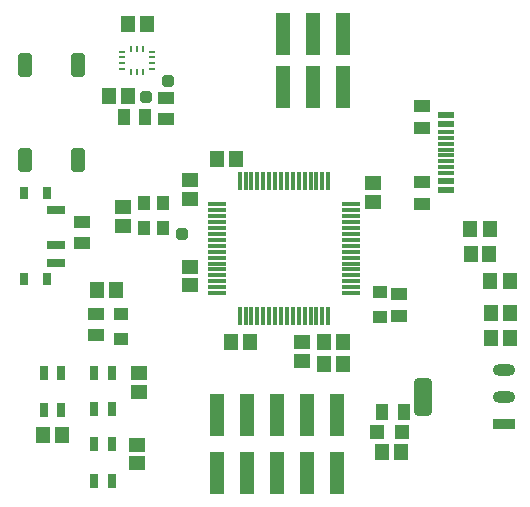
<source format=gbr>
%TF.GenerationSoftware,Altium Limited,Altium Designer,24.6.1 (21)*%
G04 Layer_Color=8421504*
%FSLAX45Y45*%
%MOMM*%
%TF.SameCoordinates,6A5B3439-CA9B-47F1-B443-B48DB32901A5*%
%TF.FilePolarity,Positive*%
%TF.FileFunction,Paste,Top*%
%TF.Part,Single*%
G01*
G75*
%TA.AperFunction,SMDPad,CuDef*%
%ADD10R,1.27000X3.68000*%
%TA.AperFunction,ConnectorPad*%
G04:AMPARAMS|DCode=11|XSize=2mm|YSize=1.25mm|CornerRadius=0.3125mm|HoleSize=0mm|Usage=FLASHONLY|Rotation=90.000|XOffset=0mm|YOffset=0mm|HoleType=Round|Shape=RoundedRectangle|*
%AMROUNDEDRECTD11*
21,1,2.00000,0.62500,0,0,90.0*
21,1,1.37500,1.25000,0,0,90.0*
1,1,0.62500,0.31250,0.68750*
1,1,0.62500,0.31250,-0.68750*
1,1,0.62500,-0.31250,-0.68750*
1,1,0.62500,-0.31250,0.68750*
%
%ADD11ROUNDEDRECTD11*%
%TA.AperFunction,SMDPad,CuDef*%
%ADD12R,0.30000X1.50000*%
%ADD13R,1.50000X0.30000*%
%ADD14R,1.45000X1.30000*%
%ADD15R,1.35000X1.00000*%
%ADD16R,1.30000X1.45000*%
%ADD17R,1.00000X1.35000*%
%TA.AperFunction,ConnectorPad*%
%ADD18R,1.50000X0.70000*%
%ADD19R,0.80000X1.00000*%
%TA.AperFunction,SMDPad,CuDef*%
%ADD20R,0.80000X1.20000*%
%ADD21R,1.30000X1.10000*%
%ADD22R,0.60000X0.25000*%
%ADD23R,0.25000X0.60000*%
%ADD24R,1.20000X1.20000*%
%ADD25R,1.10000X1.30000*%
%TA.AperFunction,TestPad*%
G04:AMPARAMS|DCode=26|XSize=1mm|YSize=1mm|CornerRadius=0.25mm|HoleSize=0mm|Usage=FLASHONLY|Rotation=90.000|XOffset=0mm|YOffset=0mm|HoleType=Round|Shape=RoundedRectangle|*
%AMROUNDEDRECTD26*
21,1,1.00000,0.50000,0,0,90.0*
21,1,0.50000,1.00000,0,0,90.0*
1,1,0.50000,0.25000,0.25000*
1,1,0.50000,0.25000,-0.25000*
1,1,0.50000,-0.25000,-0.25000*
1,1,0.50000,-0.25000,0.25000*
%
%ADD26ROUNDEDRECTD26*%
G04:AMPARAMS|DCode=27|XSize=1mm|YSize=1mm|CornerRadius=0.25mm|HoleSize=0mm|Usage=FLASHONLY|Rotation=0.000|XOffset=0mm|YOffset=0mm|HoleType=Round|Shape=RoundedRectangle|*
%AMROUNDEDRECTD27*
21,1,1.00000,0.50000,0,0,0.0*
21,1,0.50000,1.00000,0,0,0.0*
1,1,0.50000,0.25000,-0.25000*
1,1,0.50000,-0.25000,-0.25000*
1,1,0.50000,-0.25000,0.25000*
1,1,0.50000,0.25000,0.25000*
%
%ADD27ROUNDEDRECTD27*%
%TA.AperFunction,SMDPad,CuDef*%
%ADD28R,1.90500X0.95213*%
G04:AMPARAMS|DCode=29|XSize=1.905mm|YSize=0.95213mm|CornerRadius=0.47606mm|HoleSize=0mm|Usage=FLASHONLY|Rotation=180.000|XOffset=0mm|YOffset=0mm|HoleType=Round|Shape=RoundedRectangle|*
%AMROUNDEDRECTD29*
21,1,1.90500,0.00000,0,0,180.0*
21,1,0.95287,0.95213,0,0,180.0*
1,1,0.95213,-0.47644,0.00000*
1,1,0.95213,0.47644,0.00000*
1,1,0.95213,0.47644,0.00000*
1,1,0.95213,-0.47644,0.00000*
%
%ADD29ROUNDEDRECTD29*%
G04:AMPARAMS|DCode=30|XSize=1.60429mm|YSize=3.26213mm|CornerRadius=0.47327mm|HoleSize=0mm|Usage=FLASHONLY|Rotation=180.000|XOffset=0mm|YOffset=0mm|HoleType=Round|Shape=RoundedRectangle|*
%AMROUNDEDRECTD30*
21,1,1.60429,2.31560,0,0,180.0*
21,1,0.65776,3.26213,0,0,180.0*
1,1,0.94654,-0.32888,1.15780*
1,1,0.94654,0.32888,1.15780*
1,1,0.94654,0.32888,-1.15780*
1,1,0.94654,-0.32888,-1.15780*
%
%ADD30ROUNDEDRECTD30*%
%ADD31R,1.25490X1.45620*%
%ADD32R,1.15000X1.45000*%
%ADD33R,1.40000X0.60000*%
%ADD34R,1.40000X0.30000*%
D10*
X2826500Y4132750D02*
D03*
X2572500D02*
D03*
X2318500D02*
D03*
X2826500Y3688750D02*
D03*
X2572500D02*
D03*
X2318500D02*
D03*
X2780500Y910000D02*
D03*
Y415000D02*
D03*
X2526500Y910000D02*
D03*
Y415000D02*
D03*
X2272500Y910000D02*
D03*
Y415000D02*
D03*
X2018500Y910000D02*
D03*
Y415000D02*
D03*
X1764500Y910000D02*
D03*
Y415000D02*
D03*
D11*
X137700Y3067500D02*
D03*
X587700D02*
D03*
X137700Y3867500D02*
D03*
X587700D02*
D03*
D12*
X1955000Y2885000D02*
D03*
X2005000D02*
D03*
X2055000D02*
D03*
X2105000D02*
D03*
X2155000D02*
D03*
X2205000D02*
D03*
X2255000D02*
D03*
X2305000D02*
D03*
X2355000D02*
D03*
X2405000D02*
D03*
X2455000D02*
D03*
X2505000D02*
D03*
X2555000D02*
D03*
X2605000D02*
D03*
X2655000D02*
D03*
X2705000D02*
D03*
Y1745000D02*
D03*
X2655000D02*
D03*
X2605000D02*
D03*
X2555000D02*
D03*
X2505000D02*
D03*
X2455000D02*
D03*
X2405000D02*
D03*
X2355000D02*
D03*
X2305000D02*
D03*
X2255000D02*
D03*
X2205000D02*
D03*
X2155000D02*
D03*
X2105000D02*
D03*
X2055000D02*
D03*
X2005000D02*
D03*
X1955000D02*
D03*
D13*
X2900000Y2690000D02*
D03*
Y2640000D02*
D03*
Y2590000D02*
D03*
Y2540000D02*
D03*
Y2490000D02*
D03*
Y2440000D02*
D03*
Y2390000D02*
D03*
Y2340000D02*
D03*
Y2290000D02*
D03*
Y2240000D02*
D03*
Y2190000D02*
D03*
Y2140000D02*
D03*
Y2090000D02*
D03*
Y2040000D02*
D03*
Y1990000D02*
D03*
Y1940000D02*
D03*
X1760000D02*
D03*
Y1990000D02*
D03*
Y2040000D02*
D03*
Y2090000D02*
D03*
Y2140000D02*
D03*
Y2190000D02*
D03*
Y2240000D02*
D03*
Y2290000D02*
D03*
Y2340000D02*
D03*
Y2390000D02*
D03*
Y2440000D02*
D03*
Y2490000D02*
D03*
Y2540000D02*
D03*
Y2590000D02*
D03*
Y2640000D02*
D03*
Y2690000D02*
D03*
D14*
X1537500Y2900000D02*
D03*
Y2740000D02*
D03*
X2482500Y1362500D02*
D03*
Y1522500D02*
D03*
X965000Y2670000D02*
D03*
Y2510000D02*
D03*
X1100000Y1102500D02*
D03*
Y1262500D02*
D03*
X1090000Y497500D02*
D03*
Y657500D02*
D03*
X1532500Y2005000D02*
D03*
Y2165000D02*
D03*
X3085000Y2872500D02*
D03*
Y2712500D02*
D03*
D15*
X1332500Y3595000D02*
D03*
Y3415000D02*
D03*
X737500Y1762500D02*
D03*
Y1582500D02*
D03*
X3495000Y2877500D02*
D03*
Y2697500D02*
D03*
X3500000Y3340000D02*
D03*
Y3520000D02*
D03*
X3302500Y1930000D02*
D03*
Y1750000D02*
D03*
X617500Y2362500D02*
D03*
Y2542500D02*
D03*
D16*
X3162500Y592500D02*
D03*
X3322500D02*
D03*
X2045000Y1522500D02*
D03*
X1885000D02*
D03*
X907500Y1967500D02*
D03*
X747500D02*
D03*
X4240000Y1770000D02*
D03*
X4080000D02*
D03*
X4240000Y1560000D02*
D03*
X4080000D02*
D03*
X4069999Y2270000D02*
D03*
X3910000D02*
D03*
X1007500Y3612500D02*
D03*
X847500D02*
D03*
X1167500Y4220000D02*
D03*
X1007500D02*
D03*
X452500Y735000D02*
D03*
X292500D02*
D03*
X2827500Y1530000D02*
D03*
X2667500D02*
D03*
X2830000Y1337500D02*
D03*
X2670000D02*
D03*
X1767500Y3075000D02*
D03*
X1927500D02*
D03*
D17*
X3343787Y933787D02*
D03*
X3163787D02*
D03*
X977500Y3432500D02*
D03*
X1157500D02*
D03*
D18*
X401500Y2347500D02*
D03*
Y2197500D02*
D03*
Y2647500D02*
D03*
D19*
X323000Y2787500D02*
D03*
Y2057500D02*
D03*
X130000Y2787500D02*
D03*
Y2057500D02*
D03*
D20*
X295300Y1264100D02*
D03*
Y954100D02*
D03*
X445300D02*
D03*
Y1264100D02*
D03*
X875300Y1266100D02*
D03*
Y956100D02*
D03*
X725300D02*
D03*
Y1266100D02*
D03*
X870300Y662600D02*
D03*
Y352600D02*
D03*
X720300D02*
D03*
Y662600D02*
D03*
D21*
X3142500Y1737500D02*
D03*
Y1947500D02*
D03*
X947500Y1765000D02*
D03*
Y1555000D02*
D03*
D22*
X962500Y3835000D02*
D03*
Y3885000D02*
D03*
Y3935000D02*
D03*
Y3985000D02*
D03*
X1212500Y3835000D02*
D03*
Y3885000D02*
D03*
Y3935000D02*
D03*
Y3985000D02*
D03*
D23*
X1137500Y4010000D02*
D03*
X1087500D02*
D03*
X1037500D02*
D03*
Y3810000D02*
D03*
X1087500D02*
D03*
X1137500D02*
D03*
D24*
X3117500Y760000D02*
D03*
X3327500D02*
D03*
D25*
X1307500Y2705000D02*
D03*
Y2495000D02*
D03*
X1142500D02*
D03*
Y2705000D02*
D03*
D26*
X1160000Y3602500D02*
D03*
X1345000Y3732500D02*
D03*
D27*
X1465000Y2440000D02*
D03*
D28*
X4189500Y831000D02*
D03*
D29*
Y1060000D02*
D03*
Y1289000D02*
D03*
D30*
X3510500Y1060000D02*
D03*
D31*
X4242565Y2040000D02*
D03*
X4077435D02*
D03*
D32*
X4077500Y2480000D02*
D03*
X3902500D02*
D03*
D33*
X3704100Y3370000D02*
D03*
Y2810000D02*
D03*
Y2890000D02*
D03*
Y3450000D02*
D03*
D34*
Y2955000D02*
D03*
Y3005000D02*
D03*
Y3055000D02*
D03*
Y3305000D02*
D03*
Y3155000D02*
D03*
Y3205000D02*
D03*
Y3255000D02*
D03*
Y3105000D02*
D03*
%TF.MD5,1b32f8d46f0e1ff9ff3807d9d02c0b5d*%
M02*

</source>
